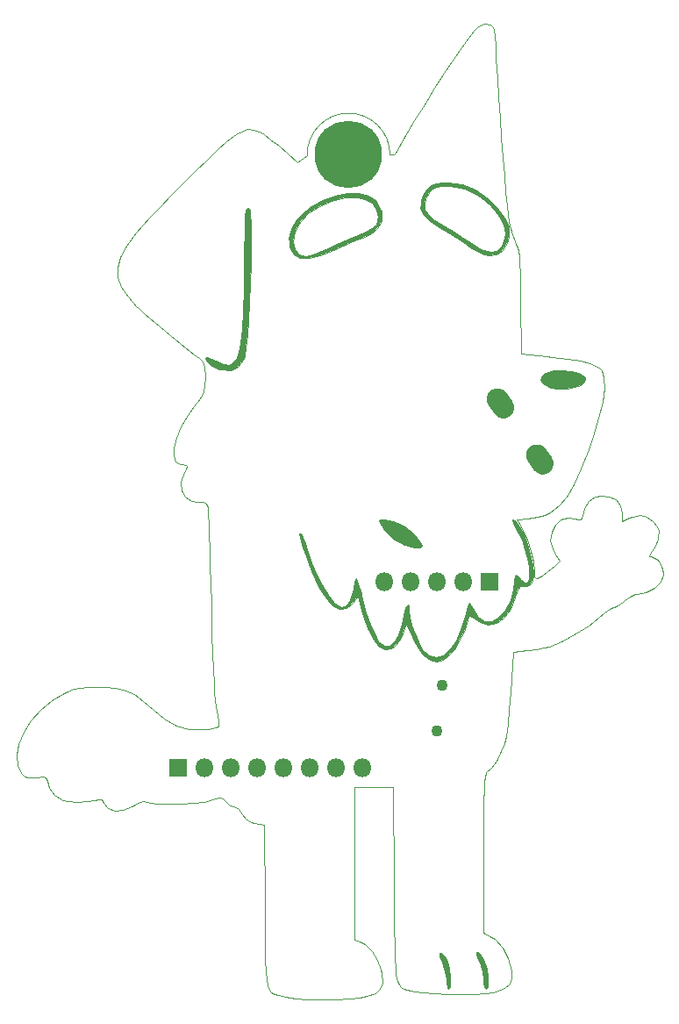
<source format=gbr>
%TF.GenerationSoftware,KiCad,Pcbnew,5.1.6-c6e7f7d~87~ubuntu20.04.1*%
%TF.CreationDate,2020-08-29T22:02:19+08:00*%
%TF.ProjectId,Bluey_Board,426c7565-795f-4426-9f61-72642e6b6963,rev?*%
%TF.SameCoordinates,Original*%
%TF.FileFunction,Soldermask,Bot*%
%TF.FilePolarity,Negative*%
%FSLAX46Y46*%
G04 Gerber Fmt 4.6, Leading zero omitted, Abs format (unit mm)*
G04 Created by KiCad (PCBNEW 5.1.6-c6e7f7d~87~ubuntu20.04.1) date 2020-08-29 22:02:19*
%MOMM*%
%LPD*%
G01*
G04 APERTURE LIST*
%TA.AperFunction,Profile*%
%ADD10C,0.010000*%
%TD*%
%ADD11C,0.010000*%
%ADD12O,1.800000X1.800000*%
%ADD13R,1.800000X1.800000*%
%ADD14C,1.100000*%
%ADD15C,0.900000*%
%ADD16C,6.500000*%
G04 APERTURE END LIST*
D10*
X2550000Y35400000D02*
X2200000Y35400000D01*
X2730069Y35629155D02*
X2550000Y35400000D01*
X-5800000Y35300000D02*
X-6733876Y34653732D01*
X-5798806Y35302271D02*
G75*
G02*
X2200000Y35400000I3998806J97729D01*
G01*
X-33874220Y-22530080D02*
X-33777700Y-23500760D01*
X-33777700Y-23500760D02*
X-33408065Y-24232594D01*
X-33408065Y-24232594D02*
X-33086504Y-24582740D01*
X-33086504Y-24582740D02*
X-32748465Y-24730279D01*
X-32748465Y-24730279D02*
X-32227862Y-24726982D01*
X-32227862Y-24726982D02*
X-31926398Y-24694445D01*
X-31926398Y-24694445D02*
X-31314548Y-24637269D01*
X-31314548Y-24637269D02*
X-31012695Y-24682125D01*
X-31012695Y-24682125D02*
X-30912190Y-24868251D01*
X-30912190Y-24868251D02*
X-30903333Y-25063927D01*
X-30903333Y-25063927D02*
X-30716476Y-25716641D01*
X-30716476Y-25716641D02*
X-30226592Y-26348279D01*
X-30226592Y-26348279D02*
X-29539717Y-26828766D01*
X-29539717Y-26828766D02*
X-29421476Y-26881746D01*
X-29421476Y-26881746D02*
X-28813332Y-27011951D01*
X-28813332Y-27011951D02*
X-27968629Y-27048752D01*
X-27968629Y-27048752D02*
X-27062428Y-26997641D01*
X-27062428Y-26997641D02*
X-26269788Y-26864110D01*
X-26269788Y-26864110D02*
X-25985025Y-26773944D01*
X-25985025Y-26773944D02*
X-25660739Y-26776332D01*
X-25660739Y-26776332D02*
X-25422880Y-27139638D01*
X-25422880Y-27139638D02*
X-25410429Y-27171738D01*
X-25410429Y-27171738D02*
X-25020583Y-27670476D01*
X-25020583Y-27670476D02*
X-24391898Y-27897106D01*
X-24391898Y-27897106D02*
X-23613115Y-27847664D01*
X-23613115Y-27847664D02*
X-22772976Y-27518187D01*
X-22772976Y-27518187D02*
X-22436066Y-27304572D01*
X-22436066Y-27304572D02*
X-22011247Y-27065356D01*
X-22011247Y-27065356D02*
X-21567908Y-27015819D01*
X-21567908Y-27015819D02*
X-20941489Y-27126300D01*
X-20941489Y-27126300D02*
X-20161903Y-27229407D01*
X-20161903Y-27229407D02*
X-19118542Y-27263996D01*
X-19118542Y-27263996D02*
X-17945364Y-27236722D01*
X-17945364Y-27236722D02*
X-16776324Y-27154239D01*
X-16776324Y-27154239D02*
X-15745380Y-27023200D01*
X-15745380Y-27023200D02*
X-14986488Y-26850260D01*
X-14986488Y-26850260D02*
X-14920674Y-26827233D01*
X-14920674Y-26827233D02*
X-14376728Y-26645366D01*
X-14376728Y-26645366D02*
X-14064502Y-26644603D01*
X-14064502Y-26644603D02*
X-13822322Y-26849674D01*
X-13822322Y-26849674D02*
X-13693709Y-27014915D01*
X-13693709Y-27014915D02*
X-13267402Y-27383557D01*
X-13267402Y-27383557D02*
X-12848869Y-27521247D01*
X-12848869Y-27521247D02*
X-12391128Y-27718048D01*
X-12391128Y-27718048D02*
X-12065000Y-28209164D01*
X-12065000Y-28209164D02*
X-11742147Y-28700885D01*
X-11742147Y-28700885D02*
X-11255097Y-28981598D01*
X-11255097Y-28981598D02*
X-10855251Y-29090372D01*
X-10855251Y-29090372D02*
X-9963002Y-29288245D01*
X-9963002Y-29288245D02*
X-9902751Y-37073449D01*
X-9902751Y-37073449D02*
X-9887826Y-39172445D01*
X-9887826Y-39172445D02*
X-9872532Y-40888655D01*
X-9872532Y-40888655D02*
X-9847601Y-42262532D01*
X-9847601Y-42262532D02*
X-9803768Y-43334528D01*
X-9803768Y-43334528D02*
X-9731765Y-44145098D01*
X-9731765Y-44145098D02*
X-9622323Y-44734694D01*
X-9622323Y-44734694D02*
X-9466178Y-45143770D01*
X-9466178Y-45143770D02*
X-9254060Y-45412778D01*
X-9254060Y-45412778D02*
X-8976703Y-45582172D01*
X-8976703Y-45582172D02*
X-8624840Y-45692406D01*
X-8624840Y-45692406D02*
X-8189203Y-45783932D01*
X-8189203Y-45783932D02*
X-7893416Y-45844618D01*
X-7893416Y-45844618D02*
X-6940102Y-45988821D01*
X-6940102Y-45988821D02*
X-5738146Y-46081948D01*
X-5738146Y-46081948D02*
X-4401023Y-46124430D01*
X-4401023Y-46124430D02*
X-3042211Y-46116698D01*
X-3042211Y-46116698D02*
X-1775188Y-46059180D01*
X-1775188Y-46059180D02*
X-713429Y-45952309D01*
X-713429Y-45952309D02*
X-28849Y-45814791D01*
X-28849Y-45814791D02*
X784366Y-45495917D01*
X784366Y-45495917D02*
X1257495Y-45076644D01*
X1257495Y-45076644D02*
X1433281Y-44474314D01*
X1433281Y-44474314D02*
X1354470Y-43606271D01*
X1354470Y-43606271D02*
X1285618Y-43272946D01*
X1285618Y-43272946D02*
X943028Y-42286869D01*
X943028Y-42286869D02*
X420345Y-41425083D01*
X420345Y-41425083D02*
X-205270Y-40791610D01*
X-205270Y-40791610D02*
X-764417Y-40509334D01*
X-764417Y-40509334D02*
X-1270000Y-40382440D01*
X-1270000Y-40382440D02*
X-1270000Y-25611667D01*
X-1270000Y-25611667D02*
X2527326Y-25611667D01*
X2527326Y-25611667D02*
X2586580Y-35048022D01*
X2586580Y-35048022D02*
X2598878Y-37346615D01*
X2598878Y-37346615D02*
X2609215Y-39258870D01*
X2609215Y-39258870D02*
X2624926Y-40821681D01*
X2624926Y-40821681D02*
X2653348Y-42071941D01*
X2653348Y-42071941D02*
X2701816Y-43046545D01*
X2701816Y-43046545D02*
X2777664Y-43782384D01*
X2777664Y-43782384D02*
X2888229Y-44316354D01*
X2888229Y-44316354D02*
X3040846Y-44685348D01*
X3040846Y-44685348D02*
X3242851Y-44926258D01*
X3242851Y-44926258D02*
X3501578Y-45075979D01*
X3501578Y-45075979D02*
X3824365Y-45171405D01*
X3824365Y-45171405D02*
X4218545Y-45249428D01*
X4218545Y-45249428D02*
X4631586Y-45333277D01*
X4631586Y-45333277D02*
X5420422Y-45452940D01*
X5420422Y-45452940D02*
X6484060Y-45535778D01*
X6484060Y-45535778D02*
X7714907Y-45581762D01*
X7714907Y-45581762D02*
X9005370Y-45590861D01*
X9005370Y-45590861D02*
X10247857Y-45563045D01*
X10247857Y-45563045D02*
X11334775Y-45498284D01*
X11334775Y-45498284D02*
X12158533Y-45396549D01*
X12158533Y-45396549D02*
X12425891Y-45335452D01*
X12425891Y-45335452D02*
X13260476Y-45020350D01*
X13260476Y-45020350D02*
X13737706Y-44624037D01*
X13737706Y-44624037D02*
X13923480Y-44057064D01*
X13923480Y-44057064D02*
X13897290Y-43338199D01*
X13897290Y-43338199D02*
X13603411Y-42129927D01*
X13603411Y-42129927D02*
X13059462Y-41087485D01*
X13059462Y-41087485D02*
X12325330Y-40313248D01*
X12325330Y-40313248D02*
X12009284Y-40110833D01*
X12009284Y-40110833D02*
X11219477Y-39687500D01*
X11219477Y-39687500D02*
X11218905Y-32025101D01*
X11218905Y-32025101D02*
X11221677Y-29936810D01*
X11221677Y-29936810D02*
X11231168Y-28236337D01*
X11231168Y-28236337D02*
X11248626Y-26888204D01*
X11248626Y-26888204D02*
X11275301Y-25856932D01*
X11275301Y-25856932D02*
X11312442Y-25107041D01*
X11312442Y-25107041D02*
X11361297Y-24603053D01*
X11361297Y-24603053D02*
X11423115Y-24309488D01*
X11423115Y-24309488D02*
X11494587Y-24193434D01*
X11494587Y-24193434D02*
X11957002Y-23757201D01*
X11957002Y-23757201D02*
X12458964Y-23044109D01*
X12458964Y-23044109D02*
X12919957Y-22183250D01*
X12919957Y-22183250D02*
X13222076Y-21423705D01*
X13222076Y-21423705D02*
X13394354Y-20681763D01*
X13394354Y-20681763D02*
X13557755Y-19562493D01*
X13557755Y-19562493D02*
X13706651Y-18111889D01*
X13706651Y-18111889D02*
X13830767Y-16449539D01*
X13830767Y-16449539D02*
X14075833Y-12594167D01*
X14075833Y-12594167D02*
X15415015Y-12446464D01*
X15415015Y-12446464D02*
X16274355Y-12325053D01*
X16274355Y-12325053D02*
X17089281Y-12166447D01*
X17089281Y-12166447D02*
X17531682Y-12050357D01*
X17531682Y-12050357D02*
X18765201Y-11551487D01*
X18765201Y-11551487D02*
X20107928Y-10838178D01*
X20107928Y-10838178D02*
X21386156Y-10010905D01*
X21386156Y-10010905D02*
X22280563Y-9303549D01*
X22280563Y-9303549D02*
X22895567Y-8792804D01*
X22895567Y-8792804D02*
X23424869Y-8419666D01*
X23424869Y-8419666D02*
X23763940Y-8256934D01*
X23763940Y-8256934D02*
X23786139Y-8255000D01*
X23786139Y-8255000D02*
X24136734Y-8123024D01*
X24136734Y-8123024D02*
X24631787Y-7790805D01*
X24631787Y-7790805D02*
X24838494Y-7620000D01*
X24838494Y-7620000D02*
X25373865Y-7230617D01*
X25373865Y-7230617D02*
X25860037Y-7006439D01*
X25860037Y-7006439D02*
X25996247Y-6985000D01*
X25996247Y-6985000D02*
X26897951Y-6829782D01*
X26897951Y-6829782D02*
X27690803Y-6415409D01*
X27690803Y-6415409D02*
X28277937Y-5818799D01*
X28277937Y-5818799D02*
X28562488Y-5116870D01*
X28562488Y-5116870D02*
X28575000Y-4937270D01*
X28575000Y-4937270D02*
X28427935Y-4266920D01*
X28427935Y-4266920D02*
X28054115Y-3714443D01*
X28054115Y-3714443D02*
X27554602Y-3410314D01*
X27554602Y-3410314D02*
X27373937Y-3386667D01*
X27373937Y-3386667D02*
X27177349Y-3339479D01*
X27177349Y-3339479D02*
X27261718Y-3144443D01*
X27261718Y-3144443D02*
X27497121Y-2878305D01*
X27497121Y-2878305D02*
X27841252Y-2327888D01*
X27841252Y-2327888D02*
X28070114Y-1631417D01*
X28070114Y-1631417D02*
X28089684Y-1512689D01*
X28089684Y-1512689D02*
X28122299Y-911978D01*
X28122299Y-911978D02*
X27967126Y-478833D01*
X27967126Y-478833D02*
X27559448Y-10217D01*
X27559448Y-10217D02*
X26961474Y462203D01*
X26961474Y462203D02*
X26359679Y611330D01*
X26359679Y611330D02*
X25620095Y457125D01*
X25620095Y457125D02*
X25287368Y328301D01*
X25287368Y328301D02*
X24553333Y21601D01*
X24553333Y21601D02*
X24553333Y761255D01*
X24553333Y761255D02*
X24391062Y1555069D01*
X24391062Y1555069D02*
X23963414Y2114610D01*
X23963414Y2114610D02*
X23359139Y2437567D01*
X23359139Y2437567D02*
X22666986Y2521629D01*
X22666986Y2521629D02*
X21975705Y2364485D01*
X21975705Y2364485D02*
X21374045Y1963823D01*
X21374045Y1963823D02*
X20950755Y1317332D01*
X20950755Y1317332D02*
X20826478Y858314D01*
X20826478Y858314D02*
X20722565Y345085D01*
X20722565Y345085D02*
X20566530Y162998D01*
X20566530Y162998D02*
X20252109Y223339D01*
X20252109Y223339D02*
X20122922Y270952D01*
X20122922Y270952D02*
X19335021Y386155D01*
X19335021Y386155D02*
X18652602Y159576D01*
X18652602Y159576D02*
X18119597Y-331731D01*
X18119597Y-331731D02*
X17779941Y-1010714D01*
X17779941Y-1010714D02*
X17677568Y-1800318D01*
X17677568Y-1800318D02*
X17856411Y-2623491D01*
X17856411Y-2623491D02*
X18163238Y-3166037D01*
X18163238Y-3166037D02*
X18599808Y-3756530D01*
X18599808Y-3756530D02*
X18031154Y-4279970D01*
X18031154Y-4279970D02*
X17428274Y-4790396D01*
X17428274Y-4790396D02*
X16845135Y-5211405D01*
X16845135Y-5211405D02*
X16396193Y-5464330D01*
X16396193Y-5464330D02*
X16251236Y-5503333D01*
X16251236Y-5503333D02*
X16147024Y-5315772D01*
X16147024Y-5315772D02*
X16090197Y-4848675D01*
X16090197Y-4848675D02*
X16086667Y-4678962D01*
X16086667Y-4678962D02*
X15995561Y-3863565D01*
X15995561Y-3863565D02*
X15755940Y-2843154D01*
X15755940Y-2843154D02*
X15418342Y-1786332D01*
X15418342Y-1786332D02*
X15033310Y-861697D01*
X15033310Y-861697D02*
X14830269Y-487708D01*
X14830269Y-487708D02*
X14413492Y188751D01*
X14413492Y188751D02*
X15408829Y319660D01*
X15408829Y319660D02*
X16417828Y467793D01*
X16417828Y467793D02*
X17123896Y628648D01*
X17123896Y628648D02*
X17645944Y850431D01*
X17645944Y850431D02*
X18102885Y1181348D01*
X18102885Y1181348D02*
X18529035Y1584562D01*
X18529035Y1584562D02*
X19232925Y2438892D01*
X19232925Y2438892D02*
X19928319Y3596631D01*
X19928319Y3596631D02*
X20631218Y5090317D01*
X20631218Y5090317D02*
X21357629Y6952491D01*
X21357629Y6952491D02*
X21809677Y8255000D01*
X21809677Y8255000D02*
X22337681Y10007916D01*
X22337681Y10007916D02*
X22687051Y11556372D01*
X22687051Y11556372D02*
X22853749Y12861538D01*
X22853749Y12861538D02*
X22833735Y13884588D01*
X22833735Y13884588D02*
X22622969Y14586692D01*
X22622969Y14586692D02*
X22487078Y14766255D01*
X22487078Y14766255D02*
X22089541Y15044082D01*
X22089541Y15044082D02*
X21466956Y15283341D01*
X21466956Y15283341D02*
X20572543Y15494526D01*
X20572543Y15494526D02*
X19359520Y15688127D01*
X19359520Y15688127D02*
X17781107Y15874638D01*
X17781107Y15874638D02*
X17347028Y15919080D01*
X17347028Y15919080D02*
X14843648Y16169376D01*
X14843648Y16169376D02*
X14777240Y21155105D01*
X14777240Y21155105D02*
X14753717Y22749775D01*
X14753717Y22749775D02*
X14727388Y23981110D01*
X14727388Y23981110D02*
X14692831Y24909101D01*
X14692831Y24909101D02*
X14644626Y25593738D01*
X14644626Y25593738D02*
X14577353Y26095011D01*
X14577353Y26095011D02*
X14485593Y26472912D01*
X14485593Y26472912D02*
X14363924Y26787430D01*
X14363924Y26787430D02*
X14247060Y27022998D01*
X14247060Y27022998D02*
X13988859Y27678947D01*
X13988859Y27678947D02*
X13748017Y28570437D01*
X13748017Y28570437D02*
X13574439Y29510931D01*
X13574439Y29510931D02*
X13567493Y29562998D01*
X13567493Y29562998D02*
X13460956Y30501736D01*
X13460956Y30501736D02*
X13337486Y31790898D01*
X13337486Y31790898D02*
X13202549Y33358168D01*
X13202549Y33358168D02*
X13061616Y35131228D01*
X13061616Y35131228D02*
X12920154Y37037764D01*
X12920154Y37037764D02*
X12783631Y39005458D01*
X12783631Y39005458D02*
X12657518Y40961994D01*
X12657518Y40961994D02*
X12547281Y42835056D01*
X12547281Y42835056D02*
X12505780Y43603333D01*
X12505780Y43603333D02*
X12434307Y44835097D01*
X12434307Y44835097D02*
X12357227Y45937042D01*
X12357227Y45937042D02*
X12280962Y46832212D01*
X12280962Y46832212D02*
X12211932Y47443652D01*
X12211932Y47443652D02*
X12165800Y47677917D01*
X12165800Y47677917D02*
X11849451Y47980581D01*
X11849451Y47980581D02*
X11328308Y48017922D01*
X11328308Y48017922D02*
X10730827Y47785678D01*
X10730827Y47785678D02*
X10644060Y47728377D01*
X10644060Y47728377D02*
X10299057Y47381704D01*
X10299057Y47381704D02*
X9773320Y46715932D01*
X9773320Y46715932D02*
X9097425Y45778785D01*
X9097425Y45778785D02*
X8301948Y44617989D01*
X8301948Y44617989D02*
X7417463Y43281267D01*
X7417463Y43281267D02*
X6474547Y41816346D01*
X6474547Y41816346D02*
X5503774Y40270949D01*
X5503774Y40270949D02*
X4535719Y38692802D01*
X4535719Y38692802D02*
X3600959Y37129629D01*
X3600959Y37129629D02*
X2730069Y35629155D01*
X-6733876Y34653732D02*
X-7661352Y35470129D01*
X-7661352Y35470129D02*
X-8559267Y36233669D01*
X-8559267Y36233669D02*
X-9352096Y36878595D01*
X-9352096Y36878595D02*
X-9964316Y37339150D01*
X-9964316Y37339150D02*
X-10230655Y37509045D01*
X-10230655Y37509045D02*
X-10948302Y37811448D01*
X-10948302Y37811448D02*
X-11585926Y37834423D01*
X-11585926Y37834423D02*
X-12332082Y37579551D01*
X-12332082Y37579551D02*
X-12443701Y37527605D01*
X-12443701Y37527605D02*
X-12884924Y37235617D01*
X-12884924Y37235617D02*
X-13567305Y36679252D01*
X-13567305Y36679252D02*
X-14443477Y35903916D01*
X-14443477Y35903916D02*
X-15466076Y34955014D01*
X-15466076Y34955014D02*
X-16587735Y33877953D01*
X-16587735Y33877953D02*
X-17761089Y32718139D01*
X-17761089Y32718139D02*
X-18938773Y31520977D01*
X-18938773Y31520977D02*
X-20073420Y30331875D01*
X-20073420Y30331875D02*
X-21009865Y29315833D01*
X-21009865Y29315833D02*
X-22276247Y27848251D01*
X-22276247Y27848251D02*
X-23210794Y26588158D01*
X-23210794Y26588158D02*
X-23819670Y25488156D01*
X-23819670Y25488156D02*
X-24109036Y24500845D01*
X-24109036Y24500845D02*
X-24085057Y23578826D01*
X-24085057Y23578826D02*
X-23753895Y22674699D01*
X-23753895Y22674699D02*
X-23121713Y21741066D01*
X-23121713Y21741066D02*
X-22194675Y20730527D01*
X-22194675Y20730527D02*
X-22133976Y20670514D01*
X-22133976Y20670514D02*
X-21445626Y20025396D01*
X-21445626Y20025396D02*
X-20556230Y19238532D01*
X-20556230Y19238532D02*
X-19553790Y18382993D01*
X-19553790Y18382993D02*
X-18526308Y17531850D01*
X-18526308Y17531850D02*
X-17561787Y16758174D01*
X-17561787Y16758174D02*
X-16748229Y16135034D01*
X-16748229Y16135034D02*
X-16245417Y15781085D01*
X-16245417Y15781085D02*
X-15936693Y15547686D01*
X-15936693Y15547686D02*
X-15761992Y15272332D01*
X-15761992Y15272332D02*
X-15683555Y14835554D01*
X-15683555Y14835554D02*
X-15663623Y14117887D01*
X-15663623Y14117887D02*
X-15663333Y13939430D01*
X-15663333Y13939430D02*
X-15679983Y13137407D01*
X-15679983Y13137407D02*
X-15768611Y12586748D01*
X-15768611Y12586748D02*
X-15987243Y12115715D01*
X-15987243Y12115715D02*
X-16393899Y11552568D01*
X-16393899Y11552568D02*
X-16526900Y11383386D01*
X-16526900Y11383386D02*
X-17328207Y10254633D01*
X-17328207Y10254633D02*
X-17958279Y9136898D01*
X-17958279Y9136898D02*
X-18405079Y8082074D01*
X-18405079Y8082074D02*
X-18656567Y7142050D01*
X-18656567Y7142050D02*
X-18700706Y6368718D01*
X-18700706Y6368718D02*
X-18525455Y5813968D01*
X-18525455Y5813968D02*
X-18118777Y5529691D01*
X-18118777Y5529691D02*
X-17891072Y5503333D01*
X-17891072Y5503333D02*
X-17505293Y5487880D01*
X-17505293Y5487880D02*
X-17389883Y5369725D01*
X-17389883Y5369725D02*
X-17514306Y5041180D01*
X-17514306Y5041180D02*
X-17672863Y4733778D01*
X-17672863Y4733778D02*
X-17981210Y3820963D01*
X-17981210Y3820963D02*
X-17941950Y3016542D01*
X-17941950Y3016542D02*
X-17587021Y2386870D01*
X-17587021Y2386870D02*
X-16948361Y1998302D01*
X-16948361Y1998302D02*
X-16311303Y1905000D01*
X-16311303Y1905000D02*
X-15787024Y1882637D01*
X-15787024Y1882637D02*
X-15529370Y1737193D01*
X-15529370Y1737193D02*
X-15415493Y1351136D01*
X-15415493Y1351136D02*
X-15371029Y1005417D01*
X-15371029Y1005417D02*
X-15342575Y599198D01*
X-15342575Y599198D02*
X-15306467Y-179295D01*
X-15306467Y-179295D02*
X-15264400Y-1279106D01*
X-15264400Y-1279106D02*
X-15218071Y-2649279D01*
X-15218071Y-2649279D02*
X-15169175Y-4238860D01*
X-15169175Y-4238860D02*
X-15119409Y-5996891D01*
X-15119409Y-5996891D02*
X-15070467Y-7872417D01*
X-15070467Y-7872417D02*
X-15055802Y-8466667D01*
X-15055802Y-8466667D02*
X-14996482Y-10765394D01*
X-14996482Y-10765394D02*
X-14938956Y-12679881D01*
X-14938956Y-12679881D02*
X-14881045Y-14249203D01*
X-14881045Y-14249203D02*
X-14820569Y-15512433D01*
X-14820569Y-15512433D02*
X-14755348Y-16508647D01*
X-14755348Y-16508647D02*
X-14683203Y-17276918D01*
X-14683203Y-17276918D02*
X-14601955Y-17856322D01*
X-14601955Y-17856322D02*
X-14509425Y-18285932D01*
X-14509425Y-18285932D02*
X-14507796Y-18291969D01*
X-14507796Y-18291969D02*
X-14320558Y-19149380D01*
X-14320558Y-19149380D02*
X-14322809Y-19648561D01*
X-14322809Y-19648561D02*
X-14383569Y-19759902D01*
X-14383569Y-19759902D02*
X-14699031Y-19890421D01*
X-14699031Y-19890421D02*
X-15292971Y-20005843D01*
X-15292971Y-20005843D02*
X-15851009Y-20065615D01*
X-15851009Y-20065615D02*
X-17225300Y-20030494D01*
X-17225300Y-20030494D02*
X-18461220Y-19687970D01*
X-18461220Y-19687970D02*
X-19650560Y-19002180D01*
X-19650560Y-19002180D02*
X-20600772Y-18209805D01*
X-20600772Y-18209805D02*
X-21625558Y-17303633D01*
X-21625558Y-17303633D02*
X-22499875Y-16677050D01*
X-22499875Y-16677050D02*
X-23340400Y-16281247D01*
X-23340400Y-16281247D02*
X-24263810Y-16067416D01*
X-24263810Y-16067416D02*
X-25386780Y-15986749D01*
X-25386780Y-15986749D02*
X-25929167Y-15980833D01*
X-25929167Y-15980833D02*
X-26970489Y-15995039D01*
X-26970489Y-15995039D02*
X-27724506Y-16053063D01*
X-27724506Y-16053063D02*
X-28326743Y-16178011D01*
X-28326743Y-16178011D02*
X-28912721Y-16392992D01*
X-28912721Y-16392992D02*
X-29256157Y-16548112D01*
X-29256157Y-16548112D02*
X-30483918Y-17266606D01*
X-30483918Y-17266606D02*
X-31571280Y-18175779D01*
X-31571280Y-18175779D02*
X-32486117Y-19216173D01*
X-32486117Y-19216173D02*
X-33196303Y-20328327D01*
X-33196303Y-20328327D02*
X-33669712Y-21452782D01*
X-33669712Y-21452782D02*
X-33874220Y-22530080D01*
D11*
%TO.C,SILK_B2*%
G36*
X9188689Y32525412D02*
G01*
X10478369Y32001438D01*
X11718062Y31099049D01*
X12499206Y30321974D01*
X13253697Y29357543D01*
X13643469Y28480187D01*
X13693406Y27611391D01*
X13551436Y27001953D01*
X13112803Y26182793D01*
X12474132Y25733614D01*
X11660947Y25666157D01*
X11028808Y25841314D01*
X10580057Y26077601D01*
X9957783Y26472872D01*
X9496779Y26796550D01*
X8766082Y27294620D01*
X7862365Y27857928D01*
X7041236Y28330923D01*
X6046832Y28958905D01*
X5429760Y29572840D01*
X5150008Y30229625D01*
X5159351Y30632351D01*
X5503333Y30632351D01*
X5579307Y30112642D01*
X5847881Y29651753D01*
X6370031Y29183975D01*
X7206735Y28643601D01*
X7514167Y28465502D01*
X8249008Y28024946D01*
X9130127Y27465958D01*
X9908796Y26948664D01*
X10989046Y26316885D01*
X11854780Y26046516D01*
X12510062Y26136427D01*
X12615396Y26196991D01*
X12995372Y26644774D01*
X13262979Y27308230D01*
X13335000Y27828684D01*
X13148672Y28689439D01*
X12636121Y29616033D01*
X11866996Y30524313D01*
X10910944Y31330130D01*
X9978980Y31883488D01*
X9331954Y32104342D01*
X8485199Y32277792D01*
X7898720Y32344129D01*
X7147980Y32375677D01*
X6671997Y32320004D01*
X6325338Y32141386D01*
X6046637Y31889213D01*
X5589052Y31179415D01*
X5503333Y30632351D01*
X5159351Y30632351D01*
X5167560Y30986158D01*
X5168895Y30993319D01*
X5420042Y31630098D01*
X5841700Y32192398D01*
X6209665Y32476915D01*
X6635863Y32631320D01*
X7259598Y32691617D01*
X7796376Y32697567D01*
X9188689Y32525412D01*
G37*
X9188689Y32525412D02*
X10478369Y32001438D01*
X11718062Y31099049D01*
X12499206Y30321974D01*
X13253697Y29357543D01*
X13643469Y28480187D01*
X13693406Y27611391D01*
X13551436Y27001953D01*
X13112803Y26182793D01*
X12474132Y25733614D01*
X11660947Y25666157D01*
X11028808Y25841314D01*
X10580057Y26077601D01*
X9957783Y26472872D01*
X9496779Y26796550D01*
X8766082Y27294620D01*
X7862365Y27857928D01*
X7041236Y28330923D01*
X6046832Y28958905D01*
X5429760Y29572840D01*
X5150008Y30229625D01*
X5159351Y30632351D01*
X5503333Y30632351D01*
X5579307Y30112642D01*
X5847881Y29651753D01*
X6370031Y29183975D01*
X7206735Y28643601D01*
X7514167Y28465502D01*
X8249008Y28024946D01*
X9130127Y27465958D01*
X9908796Y26948664D01*
X10989046Y26316885D01*
X11854780Y26046516D01*
X12510062Y26136427D01*
X12615396Y26196991D01*
X12995372Y26644774D01*
X13262979Y27308230D01*
X13335000Y27828684D01*
X13148672Y28689439D01*
X12636121Y29616033D01*
X11866996Y30524313D01*
X10910944Y31330130D01*
X9978980Y31883488D01*
X9331954Y32104342D01*
X8485199Y32277792D01*
X7898720Y32344129D01*
X7147980Y32375677D01*
X6671997Y32320004D01*
X6325338Y32141386D01*
X6046637Y31889213D01*
X5589052Y31179415D01*
X5503333Y30632351D01*
X5159351Y30632351D01*
X5167560Y30986158D01*
X5168895Y30993319D01*
X5420042Y31630098D01*
X5841700Y32192398D01*
X6209665Y32476915D01*
X6635863Y32631320D01*
X7259598Y32691617D01*
X7796376Y32697567D01*
X9188689Y32525412D01*
G36*
X86117Y31468779D02*
G01*
X765698Y31014356D01*
X919766Y30817752D01*
X1353819Y29876836D01*
X1379830Y29027775D01*
X1007625Y28294632D01*
X247031Y27701469D01*
X-478933Y27393021D01*
X-1208506Y27120335D01*
X-2137420Y26730809D01*
X-3087769Y26299687D01*
X-3269637Y26212735D01*
X-4576823Y25674094D01*
X-5672272Y25415999D01*
X-6523940Y25442495D01*
X-7075397Y25732301D01*
X-7475537Y26411804D01*
X-7533270Y27067595D01*
X-7196667Y27067595D01*
X-7035279Y26317668D01*
X-6597733Y25805359D01*
X-5953953Y25611733D01*
X-5940806Y25611667D01*
X-5482750Y25701339D01*
X-4789884Y25937831D01*
X-4002831Y26272359D01*
X-3909862Y26316235D01*
X-2904323Y26773974D01*
X-1769960Y27257423D01*
X-896496Y27605920D01*
X-132497Y27934996D01*
X480197Y28269532D01*
X826124Y28545072D01*
X849754Y28580770D01*
X1068826Y29369452D01*
X913395Y30108121D01*
X431647Y30723408D01*
X-328233Y31141950D01*
X-916708Y31270328D01*
X-2196982Y31258198D01*
X-3465500Y30968166D01*
X-4652641Y30446825D01*
X-5688784Y29740767D01*
X-6504306Y28896586D01*
X-7029586Y27960875D01*
X-7196667Y27067595D01*
X-7533270Y27067595D01*
X-7550083Y27258572D01*
X-7315000Y28189773D01*
X-6786250Y29122574D01*
X-6317237Y29666097D01*
X-5357092Y30444634D01*
X-4251722Y31048230D01*
X-3077923Y31464663D01*
X-1912487Y31681712D01*
X-832209Y31687158D01*
X86117Y31468779D01*
G37*
X86117Y31468779D02*
X765698Y31014356D01*
X919766Y30817752D01*
X1353819Y29876836D01*
X1379830Y29027775D01*
X1007625Y28294632D01*
X247031Y27701469D01*
X-478933Y27393021D01*
X-1208506Y27120335D01*
X-2137420Y26730809D01*
X-3087769Y26299687D01*
X-3269637Y26212735D01*
X-4576823Y25674094D01*
X-5672272Y25415999D01*
X-6523940Y25442495D01*
X-7075397Y25732301D01*
X-7475537Y26411804D01*
X-7533270Y27067595D01*
X-7196667Y27067595D01*
X-7035279Y26317668D01*
X-6597733Y25805359D01*
X-5953953Y25611733D01*
X-5940806Y25611667D01*
X-5482750Y25701339D01*
X-4789884Y25937831D01*
X-4002831Y26272359D01*
X-3909862Y26316235D01*
X-2904323Y26773974D01*
X-1769960Y27257423D01*
X-896496Y27605920D01*
X-132497Y27934996D01*
X480197Y28269532D01*
X826124Y28545072D01*
X849754Y28580770D01*
X1068826Y29369452D01*
X913395Y30108121D01*
X431647Y30723408D01*
X-328233Y31141950D01*
X-916708Y31270328D01*
X-2196982Y31258198D01*
X-3465500Y30968166D01*
X-4652641Y30446825D01*
X-5688784Y29740767D01*
X-6504306Y28896586D01*
X-7029586Y27960875D01*
X-7196667Y27067595D01*
X-7533270Y27067595D01*
X-7550083Y27258572D01*
X-7315000Y28189773D01*
X-6786250Y29122574D01*
X-6317237Y29666097D01*
X-5357092Y30444634D01*
X-4251722Y31048230D01*
X-3077923Y31464663D01*
X-1912487Y31681712D01*
X-832209Y31687158D01*
X86117Y31468779D01*
G36*
X-11412606Y30211512D02*
G01*
X-11325551Y30002068D01*
X-11269031Y29581529D01*
X-11237408Y28891424D01*
X-11225044Y27873280D01*
X-11224599Y27040417D01*
X-11243901Y24949517D01*
X-11291465Y22945879D01*
X-11364113Y21078974D01*
X-11458667Y19398272D01*
X-11571950Y17953242D01*
X-11700782Y16793355D01*
X-11841986Y15968081D01*
X-11960554Y15584472D01*
X-12473937Y14891288D01*
X-13171845Y14578270D01*
X-14047020Y14648188D01*
X-14250712Y14711115D01*
X-15098310Y15085363D01*
X-15570910Y15488668D01*
X-15663333Y15762718D01*
X-15493580Y15842109D01*
X-14994708Y15679632D01*
X-14609913Y15500603D01*
X-13848147Y15177003D01*
X-13317256Y15120385D01*
X-12908046Y15345612D01*
X-12568616Y15778456D01*
X-12380969Y16295593D01*
X-12221370Y17225836D01*
X-12090441Y18559845D01*
X-11988806Y20288281D01*
X-11917088Y22401805D01*
X-11875909Y24891077D01*
X-11866877Y26299583D01*
X-11857794Y27708795D01*
X-11838594Y28747824D01*
X-11804846Y29469779D01*
X-11752121Y29927774D01*
X-11675988Y30174920D01*
X-11572018Y30264327D01*
X-11535833Y30268333D01*
X-11412606Y30211512D01*
G37*
X-11412606Y30211512D02*
X-11325551Y30002068D01*
X-11269031Y29581529D01*
X-11237408Y28891424D01*
X-11225044Y27873280D01*
X-11224599Y27040417D01*
X-11243901Y24949517D01*
X-11291465Y22945879D01*
X-11364113Y21078974D01*
X-11458667Y19398272D01*
X-11571950Y17953242D01*
X-11700782Y16793355D01*
X-11841986Y15968081D01*
X-11960554Y15584472D01*
X-12473937Y14891288D01*
X-13171845Y14578270D01*
X-14047020Y14648188D01*
X-14250712Y14711115D01*
X-15098310Y15085363D01*
X-15570910Y15488668D01*
X-15663333Y15762718D01*
X-15493580Y15842109D01*
X-14994708Y15679632D01*
X-14609913Y15500603D01*
X-13848147Y15177003D01*
X-13317256Y15120385D01*
X-12908046Y15345612D01*
X-12568616Y15778456D01*
X-12380969Y16295593D01*
X-12221370Y17225836D01*
X-12090441Y18559845D01*
X-11988806Y20288281D01*
X-11917088Y22401805D01*
X-11875909Y24891077D01*
X-11866877Y26299583D01*
X-11857794Y27708795D01*
X-11838594Y28747824D01*
X-11804846Y29469779D01*
X-11752121Y29927774D01*
X-11675988Y30174920D01*
X-11572018Y30264327D01*
X-11535833Y30268333D01*
X-11412606Y30211512D01*
G36*
X19685527Y14528162D02*
G01*
X20421823Y14325028D01*
X20920782Y14018803D01*
X21042384Y13835918D01*
X20985026Y13490695D01*
X20600301Y13190898D01*
X19983629Y12960433D01*
X19230430Y12823208D01*
X18436123Y12803134D01*
X17696129Y12924118D01*
X17568333Y12965455D01*
X16984830Y13295804D01*
X16751299Y13699398D01*
X16885432Y14098754D01*
X17251102Y14354942D01*
X17980318Y14559526D01*
X18831742Y14611797D01*
X19685527Y14528162D01*
G37*
X19685527Y14528162D02*
X20421823Y14325028D01*
X20920782Y14018803D01*
X21042384Y13835918D01*
X20985026Y13490695D01*
X20600301Y13190898D01*
X19983629Y12960433D01*
X19230430Y12823208D01*
X18436123Y12803134D01*
X17696129Y12924118D01*
X17568333Y12965455D01*
X16984830Y13295804D01*
X16751299Y13699398D01*
X16885432Y14098754D01*
X17251102Y14354942D01*
X17980318Y14559526D01*
X18831742Y14611797D01*
X19685527Y14528162D01*
G36*
X2528493Y32076D02*
G01*
X3485850Y-426555D01*
X4354320Y-1088823D01*
X4605565Y-1349971D01*
X5095537Y-1968776D01*
X5258292Y-2354399D01*
X5080566Y-2518707D01*
X4549096Y-2473564D01*
X3650619Y-2230838D01*
X3628639Y-2223995D01*
X2484811Y-1665642D01*
X1617871Y-806799D01*
X1350286Y-370417D01*
X1165100Y33537D01*
X1241845Y185963D01*
X1634981Y207018D01*
X2528493Y32076D01*
G37*
X2528493Y32076D02*
X3485850Y-426555D01*
X4354320Y-1088823D01*
X4605565Y-1349971D01*
X5095537Y-1968776D01*
X5258292Y-2354399D01*
X5080566Y-2518707D01*
X4549096Y-2473564D01*
X3650619Y-2230838D01*
X3628639Y-2223995D01*
X2484811Y-1665642D01*
X1617871Y-806799D01*
X1350286Y-370417D01*
X1165100Y33537D01*
X1241845Y185963D01*
X1634981Y207018D01*
X2528493Y32076D01*
G36*
X14362127Y18185D02*
G01*
X14717827Y-503421D01*
X15086149Y-1264893D01*
X15435207Y-2177973D01*
X15733114Y-3154401D01*
X15947983Y-4105919D01*
X16047930Y-4944268D01*
X16043995Y-5304930D01*
X15854380Y-5899753D01*
X15456245Y-6233064D01*
X14949076Y-6225075D01*
X14728954Y-6257260D01*
X14523000Y-6579833D01*
X14292178Y-7255282D01*
X14280458Y-7295396D01*
X13814011Y-8430267D01*
X13188783Y-9264776D01*
X12452767Y-9772970D01*
X11653953Y-9928897D01*
X10840333Y-9706604D01*
X10387907Y-9400351D01*
X9962725Y-9081336D01*
X9767609Y-9052924D01*
X9736667Y-9180744D01*
X9618142Y-9818591D01*
X9307917Y-10647778D01*
X8874017Y-11525347D01*
X8384465Y-12308340D01*
X8056536Y-12711660D01*
X7334457Y-13326723D01*
X6680582Y-13541740D01*
X6034283Y-13359919D01*
X5401490Y-12852157D01*
X4915985Y-12228711D01*
X4473765Y-11436521D01*
X4314642Y-11052990D01*
X4031952Y-10363064D01*
X3801292Y-10001236D01*
X3648125Y-9993575D01*
X3597542Y-10318750D01*
X3455170Y-10846696D01*
X3105730Y-11473012D01*
X2663045Y-12019953D01*
X2351756Y-12264131D01*
X1756377Y-12373360D01*
X1167680Y-12074839D01*
X597647Y-11384119D01*
X58260Y-10316749D01*
X-438497Y-8888282D01*
X-547964Y-8501098D01*
X-912825Y-7159697D01*
X-1424254Y-7813182D01*
X-2022802Y-8346942D01*
X-2650994Y-8462928D01*
X-3304562Y-8165338D01*
X-3979238Y-7458369D01*
X-4670755Y-6346221D01*
X-5374844Y-4833092D01*
X-5928191Y-3382356D01*
X-6302480Y-2268593D01*
X-6510724Y-1516035D01*
X-6551294Y-1132758D01*
X-6422562Y-1126835D01*
X-6373434Y-1174750D01*
X-6219861Y-1474137D01*
X-6011075Y-2048791D01*
X-5829432Y-2645833D01*
X-5405175Y-3936787D01*
X-4886276Y-5167796D01*
X-4311319Y-6275039D01*
X-3718886Y-7194697D01*
X-3147559Y-7862949D01*
X-2635921Y-8215975D01*
X-2438427Y-8255000D01*
X-2015682Y-8060965D01*
X-1642356Y-7548790D01*
X-1383777Y-6823370D01*
X-1323273Y-6464423D01*
X-1230371Y-5893863D01*
X-1119128Y-5549454D01*
X-1069508Y-5503333D01*
X-957178Y-5693917D01*
X-788061Y-6200041D01*
X-593867Y-6923268D01*
X-541071Y-7143750D01*
X-101435Y-8804095D01*
X366768Y-10160196D01*
X845958Y-11164821D01*
X1091394Y-11529787D01*
X1601323Y-11958926D01*
X2110728Y-11992223D01*
X2589587Y-11656138D01*
X3007875Y-10977134D01*
X3335572Y-9981671D01*
X3441996Y-9457996D01*
X3601863Y-8702342D01*
X3764689Y-8212709D01*
X3905235Y-8028475D01*
X3998261Y-8189016D01*
X4021667Y-8553642D01*
X4120046Y-9273061D01*
X4376513Y-10193700D01*
X4733066Y-11152751D01*
X5131700Y-11987405D01*
X5388094Y-12388983D01*
X6002796Y-12953301D01*
X6654338Y-13120551D01*
X7315796Y-12912164D01*
X7960242Y-12349577D01*
X8560750Y-11454221D01*
X9090396Y-10247532D01*
X9416937Y-9181916D01*
X9600553Y-8520272D01*
X9753761Y-8044210D01*
X9826862Y-7882582D01*
X9959034Y-7992812D01*
X10170911Y-8385931D01*
X10243195Y-8550968D01*
X10687067Y-9206402D01*
X11301113Y-9597503D01*
X11967371Y-9655222D01*
X12079921Y-9626097D01*
X12724841Y-9225428D01*
X13315630Y-8509642D01*
X13793384Y-7586931D01*
X14099199Y-6565486D01*
X14180486Y-5767917D01*
X14220901Y-5242337D01*
X14369345Y-5118734D01*
X14670381Y-5380534D01*
X14801375Y-5537011D01*
X15175756Y-5878035D01*
X15436605Y-5870994D01*
X15588916Y-5574228D01*
X15637684Y-5046075D01*
X15587903Y-4344872D01*
X15444570Y-3528957D01*
X15212678Y-2656669D01*
X14897222Y-1786346D01*
X14503197Y-976325D01*
X14395263Y-793750D01*
X14056280Y-173262D01*
X13976864Y159589D01*
X14050936Y211667D01*
X14362127Y18185D01*
G37*
X14362127Y18185D02*
X14717827Y-503421D01*
X15086149Y-1264893D01*
X15435207Y-2177973D01*
X15733114Y-3154401D01*
X15947983Y-4105919D01*
X16047930Y-4944268D01*
X16043995Y-5304930D01*
X15854380Y-5899753D01*
X15456245Y-6233064D01*
X14949076Y-6225075D01*
X14728954Y-6257260D01*
X14523000Y-6579833D01*
X14292178Y-7255282D01*
X14280458Y-7295396D01*
X13814011Y-8430267D01*
X13188783Y-9264776D01*
X12452767Y-9772970D01*
X11653953Y-9928897D01*
X10840333Y-9706604D01*
X10387907Y-9400351D01*
X9962725Y-9081336D01*
X9767609Y-9052924D01*
X9736667Y-9180744D01*
X9618142Y-9818591D01*
X9307917Y-10647778D01*
X8874017Y-11525347D01*
X8384465Y-12308340D01*
X8056536Y-12711660D01*
X7334457Y-13326723D01*
X6680582Y-13541740D01*
X6034283Y-13359919D01*
X5401490Y-12852157D01*
X4915985Y-12228711D01*
X4473765Y-11436521D01*
X4314642Y-11052990D01*
X4031952Y-10363064D01*
X3801292Y-10001236D01*
X3648125Y-9993575D01*
X3597542Y-10318750D01*
X3455170Y-10846696D01*
X3105730Y-11473012D01*
X2663045Y-12019953D01*
X2351756Y-12264131D01*
X1756377Y-12373360D01*
X1167680Y-12074839D01*
X597647Y-11384119D01*
X58260Y-10316749D01*
X-438497Y-8888282D01*
X-547964Y-8501098D01*
X-912825Y-7159697D01*
X-1424254Y-7813182D01*
X-2022802Y-8346942D01*
X-2650994Y-8462928D01*
X-3304562Y-8165338D01*
X-3979238Y-7458369D01*
X-4670755Y-6346221D01*
X-5374844Y-4833092D01*
X-5928191Y-3382356D01*
X-6302480Y-2268593D01*
X-6510724Y-1516035D01*
X-6551294Y-1132758D01*
X-6422562Y-1126835D01*
X-6373434Y-1174750D01*
X-6219861Y-1474137D01*
X-6011075Y-2048791D01*
X-5829432Y-2645833D01*
X-5405175Y-3936787D01*
X-4886276Y-5167796D01*
X-4311319Y-6275039D01*
X-3718886Y-7194697D01*
X-3147559Y-7862949D01*
X-2635921Y-8215975D01*
X-2438427Y-8255000D01*
X-2015682Y-8060965D01*
X-1642356Y-7548790D01*
X-1383777Y-6823370D01*
X-1323273Y-6464423D01*
X-1230371Y-5893863D01*
X-1119128Y-5549454D01*
X-1069508Y-5503333D01*
X-957178Y-5693917D01*
X-788061Y-6200041D01*
X-593867Y-6923268D01*
X-541071Y-7143750D01*
X-101435Y-8804095D01*
X366768Y-10160196D01*
X845958Y-11164821D01*
X1091394Y-11529787D01*
X1601323Y-11958926D01*
X2110728Y-11992223D01*
X2589587Y-11656138D01*
X3007875Y-10977134D01*
X3335572Y-9981671D01*
X3441996Y-9457996D01*
X3601863Y-8702342D01*
X3764689Y-8212709D01*
X3905235Y-8028475D01*
X3998261Y-8189016D01*
X4021667Y-8553642D01*
X4120046Y-9273061D01*
X4376513Y-10193700D01*
X4733066Y-11152751D01*
X5131700Y-11987405D01*
X5388094Y-12388983D01*
X6002796Y-12953301D01*
X6654338Y-13120551D01*
X7315796Y-12912164D01*
X7960242Y-12349577D01*
X8560750Y-11454221D01*
X9090396Y-10247532D01*
X9416937Y-9181916D01*
X9600553Y-8520272D01*
X9753761Y-8044210D01*
X9826862Y-7882582D01*
X9959034Y-7992812D01*
X10170911Y-8385931D01*
X10243195Y-8550968D01*
X10687067Y-9206402D01*
X11301113Y-9597503D01*
X11967371Y-9655222D01*
X12079921Y-9626097D01*
X12724841Y-9225428D01*
X13315630Y-8509642D01*
X13793384Y-7586931D01*
X14099199Y-6565486D01*
X14180486Y-5767917D01*
X14220901Y-5242337D01*
X14369345Y-5118734D01*
X14670381Y-5380534D01*
X14801375Y-5537011D01*
X15175756Y-5878035D01*
X15436605Y-5870994D01*
X15588916Y-5574228D01*
X15637684Y-5046075D01*
X15587903Y-4344872D01*
X15444570Y-3528957D01*
X15212678Y-2656669D01*
X14897222Y-1786346D01*
X14503197Y-976325D01*
X14395263Y-793750D01*
X14056280Y-173262D01*
X13976864Y159589D01*
X14050936Y211667D01*
X14362127Y18185D01*
G36*
X10727525Y-41553861D02*
G01*
X10802515Y-41597144D01*
X11078167Y-41928015D01*
X11322270Y-42495881D01*
X11515232Y-43191851D01*
X11637465Y-43907033D01*
X11669378Y-44532534D01*
X11591380Y-44959463D01*
X11430000Y-45085000D01*
X11301209Y-44896378D01*
X11226169Y-44421555D01*
X11218333Y-44177255D01*
X11113932Y-43375239D01*
X10856852Y-42569365D01*
X10798200Y-42445444D01*
X10520269Y-41818936D01*
X10496699Y-41524020D01*
X10727525Y-41553861D01*
G37*
X10727525Y-41553861D02*
X10802515Y-41597144D01*
X11078167Y-41928015D01*
X11322270Y-42495881D01*
X11515232Y-43191851D01*
X11637465Y-43907033D01*
X11669378Y-44532534D01*
X11591380Y-44959463D01*
X11430000Y-45085000D01*
X11301209Y-44896378D01*
X11226169Y-44421555D01*
X11218333Y-44177255D01*
X11113932Y-43375239D01*
X10856852Y-42569365D01*
X10798200Y-42445444D01*
X10520269Y-41818936D01*
X10496699Y-41524020D01*
X10727525Y-41553861D01*
G36*
X7493347Y-41956767D02*
G01*
X7546147Y-42034936D01*
X7747378Y-42498419D01*
X7903995Y-43139215D01*
X8003805Y-43837719D01*
X8034613Y-44474323D01*
X7984226Y-44929422D01*
X7857107Y-45085000D01*
X7705250Y-44892688D01*
X7625582Y-44388662D01*
X7620000Y-44177255D01*
X7518735Y-43377330D01*
X7269902Y-42590181D01*
X7218860Y-42482697D01*
X6999866Y-41924146D01*
X6997640Y-41616072D01*
X7174645Y-41609828D01*
X7493347Y-41956767D01*
G37*
X7493347Y-41956767D02*
X7546147Y-42034936D01*
X7747378Y-42498419D01*
X7903995Y-43139215D01*
X8003805Y-43837719D01*
X8034613Y-44474323D01*
X7984226Y-44929422D01*
X7857107Y-45085000D01*
X7705250Y-44892688D01*
X7625582Y-44388662D01*
X7620000Y-44177255D01*
X7518735Y-43377330D01*
X7269902Y-42590181D01*
X7218860Y-42482697D01*
X6999866Y-41924146D01*
X6997640Y-41616072D01*
X7174645Y-41609828D01*
X7493347Y-41956767D01*
%TD*%
%TO.C,BZ1*%
G36*
G01*
X15756350Y7264706D02*
X15756350Y7264706D01*
G75*
G02*
X17218715Y7006851I602255J-860110D01*
G01*
X17792291Y6187699D01*
G75*
G02*
X17534436Y4725334I-860110J-602255D01*
G01*
X17534436Y4725334D01*
G75*
G02*
X16072071Y4983189I-602255J860110D01*
G01*
X15498495Y5802341D01*
G75*
G02*
X15756350Y7264706I860110J602255D01*
G01*
G37*
G36*
G01*
X11970745Y12671110D02*
X11970745Y12671110D01*
G75*
G02*
X13433110Y12413255I602255J-860110D01*
G01*
X14006686Y11594103D01*
G75*
G02*
X13748831Y10131738I-860110J-602255D01*
G01*
X13748831Y10131738D01*
G75*
G02*
X12286466Y10389593I-602255J860110D01*
G01*
X11712890Y11208745D01*
G75*
G02*
X11970745Y12671110I860110J602255D01*
G01*
G37*
%TD*%
D12*
%TO.C,CN1*%
X1651000Y-5842000D03*
X4191000Y-5842000D03*
X6731000Y-5842000D03*
X9271000Y-5842000D03*
D13*
X11811000Y-5842000D03*
%TD*%
D12*
%TO.C,CN2*%
X-508000Y-23749000D03*
X-3048000Y-23749000D03*
X-5588000Y-23749000D03*
X-8128000Y-23749000D03*
X-10668000Y-23749000D03*
X-13208000Y-23749000D03*
X-15748000Y-23749000D03*
D13*
X-18288000Y-23749000D03*
%TD*%
D14*
%TO.C,J1*%
X6731887Y-20183602D03*
X7268113Y-15816398D03*
%TD*%
D15*
%TO.C,H1*%
X-102944Y37097056D03*
X-1800000Y37800000D03*
X-3497056Y37097056D03*
X-4200000Y35400000D03*
X-3497056Y33702944D03*
X-1800000Y33000000D03*
X-102944Y33702944D03*
X600000Y35400000D03*
D16*
X-1800000Y35400000D03*
%TD*%
M02*

</source>
